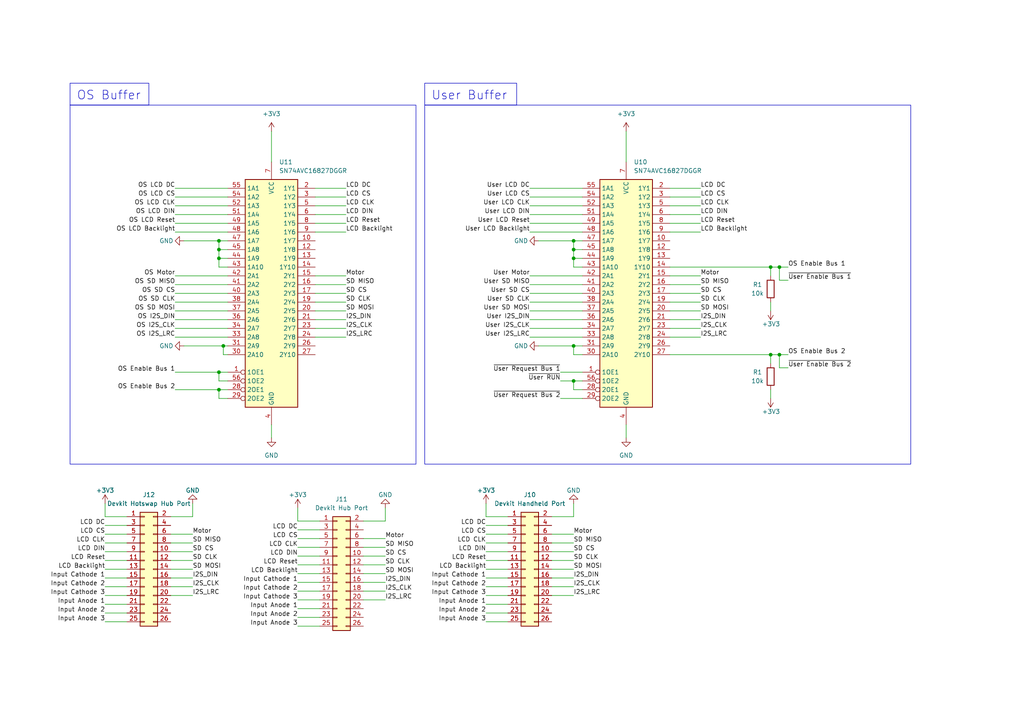
<source format=kicad_sch>
(kicad_sch (version 20230121) (generator eeschema)
  (paper "A4")
  (lib_symbols
    (symbol "74xx:SN74AVC16827DGGR"
      (property "Reference" "U" (at -6.35 34.29 0))
      (property "Value" "SN74AVC16827DGGR" (at 10.16 34.29 0))
      (symbol "SN74AVC16827DGGR_0_1"
        (rectangle (start -7.62 33.02) (end 7.62 -33.02) (stroke (width 0.254)) (fill (type background)))
      )
      (symbol "SN74AVC16827DGGR_1_1"
        (pin input inverted (at -12.7 -22.86 0) (length 5.08) (name "1OE1") (number "1"))
        (pin output line (at 12.7 15.24 180) (length 5.08) (name "1Y7") (number "10"))
        (pin passive line (at 0 -38.1 90) (length 5.08) hide (name "GND") (number "11"))
        (pin output line (at 12.7 12.7 180) (length 5.08) (name "1Y8") (number "12"))
        (pin output line (at 12.7 10.16 180) (length 5.08) (name "1Y9") (number "13"))
        (pin output line (at 12.7 7.62 180) (length 5.08) (name "1Y10") (number "14"))
        (pin output line (at 12.7 5.08 180) (length 5.08) (name "2Y1") (number "15"))
        (pin output line (at 12.7 2.54 180) (length 5.08) (name "2Y2") (number "16"))
        (pin output line (at 12.7 0 180) (length 5.08) (name "2Y3") (number "17"))
        (pin passive line (at 0 -38.1 90) (length 5.08) hide (name "GND") (number "18"))
        (pin output line (at 12.7 -2.54 180) (length 5.08) (name "2Y4") (number "19"))
        (pin output line (at 12.7 30.48 180) (length 5.08) (name "1Y1") (number "2"))
        (pin output line (at 12.7 -5.08 180) (length 5.08) (name "2Y5") (number "20"))
        (pin output line (at 12.7 -7.62 180) (length 5.08) (name "2Y6") (number "21"))
        (pin passive line (at 0 38.1 270) (length 5.08) hide (name "VCC") (number "22"))
        (pin output line (at 12.7 -10.16 180) (length 5.08) (name "2Y7") (number "23"))
        (pin output line (at 12.7 -12.7 180) (length 5.08) (name "2Y8") (number "24"))
        (pin passive line (at 0 -38.1 90) (length 5.08) hide (name "GND") (number "25"))
        (pin output line (at 12.7 -15.24 180) (length 5.08) (name "2Y9") (number "26"))
        (pin output line (at 12.7 -17.78 180) (length 5.08) (name "2Y10") (number "27"))
        (pin input inverted (at -12.7 -27.94 0) (length 5.08) (name "2OE1") (number "28"))
        (pin input inverted (at -12.7 -30.48 0) (length 5.08) (name "2OE2") (number "29"))
        (pin output line (at 12.7 27.94 180) (length 5.08) (name "1Y2") (number "3"))
        (pin input line (at -12.7 -17.78 0) (length 5.08) (name "2A10") (number "30"))
        (pin input line (at -12.7 -15.24 0) (length 5.08) (name "2A9") (number "31"))
        (pin passive line (at 0 -38.1 90) (length 5.08) hide (name "GND") (number "32"))
        (pin input line (at -12.7 -12.7 0) (length 5.08) (name "2A8") (number "33"))
        (pin input line (at -12.7 -10.16 0) (length 5.08) (name "2A7") (number "34"))
        (pin passive line (at 0 38.1 270) (length 5.08) hide (name "VCC") (number "35"))
        (pin input line (at -12.7 -7.62 0) (length 5.08) (name "2A6") (number "36"))
        (pin input line (at -12.7 -5.08 0) (length 5.08) (name "2A5") (number "37"))
        (pin input line (at -12.7 -2.54 0) (length 5.08) (name "2A4") (number "38"))
        (pin passive line (at 0 -38.1 90) (length 5.08) hide (name "GND") (number "39"))
        (pin power_in line (at 0 -38.1 90) (length 5.08) (name "GND") (number "4"))
        (pin input line (at -12.7 0 0) (length 5.08) (name "2A3") (number "40"))
        (pin input line (at -12.7 2.54 0) (length 5.08) (name "2A2") (number "41"))
        (pin input line (at -12.7 5.08 0) (length 5.08) (name "2A1") (number "42"))
        (pin input line (at -12.7 7.62 0) (length 5.08) (name "1A10") (number "43"))
        (pin input line (at -12.7 10.16 0) (length 5.08) (name "1A9") (number "44"))
        (pin input line (at -12.7 12.7 0) (length 5.08) (name "1A8") (number "45"))
        (pin passive line (at 0 -38.1 90) (length 5.08) hide (name "GND") (number "46"))
        (pin input line (at -12.7 15.24 0) (length 5.08) (name "1A7") (number "47"))
        (pin input line (at -12.7 17.78 0) (length 5.08) (name "1A6") (number "48"))
        (pin input line (at -12.7 20.32 0) (length 5.08) (name "1A5") (number "49"))
        (pin output line (at 12.7 25.4 180) (length 5.08) (name "1Y3") (number "5"))
        (pin passive line (at 0 38.1 270) (length 5.08) hide (name "VCC") (number "50"))
        (pin input line (at -12.7 22.86 0) (length 5.08) (name "1A4") (number "51"))
        (pin input line (at -12.7 25.4 0) (length 5.08) (name "1A3") (number "52"))
        (pin passive line (at 0 -38.1 90) (length 5.08) hide (name "GND") (number "53"))
        (pin input line (at -12.7 27.94 0) (length 5.08) (name "1A2") (number "54"))
        (pin input line (at -12.7 30.48 0) (length 5.08) (name "1A1") (number "55"))
        (pin input inverted (at -12.7 -25.4 0) (length 5.08) (name "1OE2") (number "56"))
        (pin output line (at 12.7 22.86 180) (length 5.08) (name "1Y4") (number "6"))
        (pin power_in line (at 0 38.1 270) (length 5.08) (name "VCC") (number "7"))
        (pin output line (at 12.7 20.32 180) (length 5.08) (name "1Y5") (number "8"))
        (pin output line (at 12.7 17.78 180) (length 5.08) (name "1Y6") (number "9"))
      )
    )
    (symbol "Connector_Generic:Conn_02x13_Odd_Even" (pin_names (offset 1.016) hide)
      (property "Reference" "J" (at 1.27 17.78 0))
      (property "Value" "Conn_02x13_Odd_Even" (at 1.27 -17.78 0))
      (symbol "Conn_02x13_Odd_Even_1_1"
        (rectangle (start -1.27 -15.113) (end 0 -15.367) (stroke (width 0.1524)))
        (rectangle (start -1.27 -12.573) (end 0 -12.827) (stroke (width 0.1524)))
        (rectangle (start -1.27 -10.033) (end 0 -10.287) (stroke (width 0.1524)))
        (rectangle (start -1.27 -7.493) (end 0 -7.747) (stroke (width 0.1524)))
        (rectangle (start -1.27 -4.953) (end 0 -5.207) (stroke (width 0.1524)))
        (rectangle (start -1.27 -2.413) (end 0 -2.667) (stroke (width 0.1524)))
        (rectangle (start -1.27 0.127) (end 0 -0.127) (stroke (width 0.1524)))
        (rectangle (start -1.27 2.667) (end 0 2.413) (stroke (width 0.1524)))
        (rectangle (start -1.27 5.207) (end 0 4.953) (stroke (width 0.1524)))
        (rectangle (start -1.27 7.747) (end 0 7.493) (stroke (width 0.1524)))
        (rectangle (start -1.27 10.287) (end 0 10.033) (stroke (width 0.1524)))
        (rectangle (start -1.27 12.827) (end 0 12.573) (stroke (width 0.1524)))
        (rectangle (start -1.27 15.367) (end 0 15.113) (stroke (width 0.1524)))
        (rectangle (start -1.27 16.51) (end 3.81 -16.51) (stroke (width 0.254)) (fill (type background)))
        (rectangle (start 3.81 -15.113) (end 2.54 -15.367) (stroke (width 0.1524)))
        (rectangle (start 3.81 -12.573) (end 2.54 -12.827) (stroke (width 0.1524)))
        (rectangle (start 3.81 -10.033) (end 2.54 -10.287) (stroke (width 0.1524)))
        (rectangle (start 3.81 -7.493) (end 2.54 -7.747) (stroke (width 0.1524)))
        (rectangle (start 3.81 -4.953) (end 2.54 -5.207) (stroke (width 0.1524)))
        (rectangle (start 3.81 -2.413) (end 2.54 -2.667) (stroke (width 0.1524)))
        (rectangle (start 3.81 0.127) (end 2.54 -0.127) (stroke (width 0.1524)))
        (rectangle (start 3.81 2.667) (end 2.54 2.413) (stroke (width 0.1524)))
        (rectangle (start 3.81 5.207) (end 2.54 4.953) (stroke (width 0.1524)))
        (rectangle (start 3.81 7.747) (end 2.54 7.493) (stroke (width 0.1524)))
        (rectangle (start 3.81 10.287) (end 2.54 10.033) (stroke (width 0.1524)))
        (rectangle (start 3.81 12.827) (end 2.54 12.573) (stroke (width 0.1524)))
        (rectangle (start 3.81 15.367) (end 2.54 15.113) (stroke (width 0.1524)))
        (pin passive line (at -5.08 15.24 0) (length 3.81) (name "Pin_1") (number "1"))
        (pin passive line (at 7.62 5.08 180) (length 3.81) (name "Pin_10") (number "10"))
        (pin passive line (at -5.08 2.54 0) (length 3.81) (name "Pin_11") (number "11"))
        (pin passive line (at 7.62 2.54 180) (length 3.81) (name "Pin_12") (number "12"))
        (pin passive line (at -5.08 0 0) (length 3.81) (name "Pin_13") (number "13"))
        (pin passive line (at 7.62 0 180) (length 3.81) (name "Pin_14") (number "14"))
        (pin passive line (at -5.08 -2.54 0) (length 3.81) (name "Pin_15") (number "15"))
        (pin passive line (at 7.62 -2.54 180) (length 3.81) (name "Pin_16") (number "16"))
        (pin passive line (at -5.08 -5.08 0) (length 3.81) (name "Pin_17") (number "17"))
        (pin passive line (at 7.62 -5.08 180) (length 3.81) (name "Pin_18") (number "18"))
        (pin passive line (at -5.08 -7.62 0) (length 3.81) (name "Pin_19") (number "19"))
        (pin passive line (at 7.62 15.24 180) (length 3.81) (name "Pin_2") (number "2"))
        (pin passive line (at 7.62 -7.62 180) (length 3.81) (name "Pin_20") (number "20"))
        (pin passive line (at -5.08 -10.16 0) (length 3.81) (name "Pin_21") (number "21"))
        (pin passive line (at 7.62 -10.16 180) (length 3.81) (name "Pin_22") (number "22"))
        (pin passive line (at -5.08 -12.7 0) (length 3.81) (name "Pin_23") (number "23"))
        (pin passive line (at 7.62 -12.7 180) (length 3.81) (name "Pin_24") (number "24"))
        (pin passive line (at -5.08 -15.24 0) (length 3.81) (name "Pin_25") (number "25"))
        (pin passive line (at 7.62 -15.24 180) (length 3.81) (name "Pin_26") (number "26"))
        (pin passive line (at -5.08 12.7 0) (length 3.81) (name "Pin_3") (number "3"))
        (pin passive line (at 7.62 12.7 180) (length 3.81) (name "Pin_4") (number "4"))
        (pin passive line (at -5.08 10.16 0) (length 3.81) (name "Pin_5") (number "5"))
        (pin passive line (at 7.62 10.16 180) (length 3.81) (name "Pin_6") (number "6"))
        (pin passive line (at -5.08 7.62 0) (length 3.81) (name "Pin_7") (number "7"))
        (pin passive line (at 7.62 7.62 180) (length 3.81) (name "Pin_8") (number "8"))
        (pin passive line (at -5.08 5.08 0) (length 3.81) (name "Pin_9") (number "9"))
      )
    )
    (symbol "Device:R" (pin_numbers hide) (pin_names (offset 0))
      (property "Reference" "R" (at 2.032 0 90))
      (property "Value" "R" (at 0 0 90))
      (symbol "R_0_1"
        (rectangle (start -1.016 -2.54) (end 1.016 2.54) (stroke (width 0.254)))
      )
      (symbol "R_1_1"
        (pin passive line (at 0 3.81 270) (length 1.27) (name "~") (number "1"))
        (pin passive line (at 0 -3.81 90) (length 1.27) (name "~") (number "2"))
      )
    )
    (symbol "power:+3V3" (power) (pin_names (offset 0))
      (property "Value" "+3V3" (at 0 3.556 0))
      (symbol "+3V3_0_1"
        (polyline (pts (xy -0.762 1.27) (xy 0 2.54)))
        (polyline (pts (xy 0 0) (xy 0 2.54)))
        (polyline (pts (xy 0 2.54) (xy 0.762 1.27)))
      )
      (symbol "+3V3_1_1"
        (pin power_in line (at 0 0 90) (length 0) hide (name "+3V3") (number "1"))
      )
    )
    (symbol "power:GND" (power) (pin_names (offset 0))
      (property "Value" "GND" (at 0 -3.81 0))
      (symbol "GND_0_1"
        (polyline (pts (xy 0 0) (xy 0 -1.27) (xy 1.27 -1.27) (xy 0 -2.54) (xy -1.27 -1.27) (xy 0 -1.27)))
      )
      (symbol "GND_1_1"
        (pin power_in line (at 0 0 270) (length 0) hide (name "GND") (number "1"))
      )
    )
  )
  (junction (at 63.5 113.03))
  (junction (at 226.06 77.47))
  (junction (at 166.37 69.85))
  (junction (at 223.52 102.87))
  (junction (at 166.37 74.93))
  (junction (at 63.5 72.39))
  (junction (at 223.52 77.47))
  (junction (at 226.06 102.87))
  (junction (at 166.37 110.49))
  (junction (at 63.5 69.85))
  (junction (at 166.37 100.33))
  (junction (at 64.77 100.33))
  (junction (at 63.5 74.93))
  (junction (at 166.37 72.39))
  (junction (at 63.5 107.95))
  (wire (pts (xy 166.37 167.64) (xy 160.02 167.64)))
  (wire (pts (xy 66.04 102.87) (xy 64.77 102.87)))
  (wire (pts (xy 100.33 54.61) (xy 91.44 54.61)))
  (wire (pts (xy 53.34 100.33) (xy 64.77 100.33)))
  (wire (pts (xy 168.91 102.87) (xy 166.37 102.87)))
  (wire (pts (xy 166.37 102.87) (xy 166.37 100.33)))
  (wire (pts (xy 66.04 69.85) (xy 63.5 69.85)))
  (wire (pts (xy 55.88 154.94) (xy 49.53 154.94)))
  (wire (pts (xy 86.36 156.21) (xy 92.71 156.21)))
  (wire (pts (xy 66.04 72.39) (xy 63.5 72.39)))
  (wire (pts (xy 181.61 127) (xy 181.61 123.19)))
  (wire (pts (xy 30.48 170.18) (xy 36.83 170.18)))
  (wire (pts (xy 181.61 38.1) (xy 181.61 46.99)))
  (wire (pts (xy 203.2 59.69) (xy 194.31 59.69)))
  (wire (pts (xy 30.48 149.86) (xy 36.83 149.86)))
  (wire (pts (xy 140.97 180.34) (xy 147.32 180.34)))
  (wire (pts (xy 100.33 80.01) (xy 91.44 80.01)))
  (wire (pts (xy 86.36 166.37) (xy 92.71 166.37)))
  (wire (pts (xy 223.52 77.47) (xy 226.06 77.47)))
  (wire (pts (xy 100.33 87.63) (xy 91.44 87.63)))
  (wire (pts (xy 168.91 100.33) (xy 166.37 100.33)))
  (wire (pts (xy 153.67 57.15) (xy 168.91 57.15)))
  (wire (pts (xy 55.88 146.05) (xy 55.88 149.86)))
  (wire (pts (xy 166.37 162.56) (xy 160.02 162.56)))
  (wire (pts (xy 140.97 175.26) (xy 147.32 175.26)))
  (wire (pts (xy 140.97 170.18) (xy 147.32 170.18)))
  (wire (pts (xy 86.36 179.07) (xy 92.71 179.07)))
  (wire (pts (xy 30.48 157.48) (xy 36.83 157.48)))
  (wire (pts (xy 166.37 110.49) (xy 168.91 110.49)))
  (wire (pts (xy 203.2 62.23) (xy 194.31 62.23)))
  (wire (pts (xy 63.5 113.03) (xy 50.8 113.03)))
  (wire (pts (xy 63.5 77.47) (xy 66.04 77.47)))
  (wire (pts (xy 100.33 95.25) (xy 91.44 95.25)))
  (wire (pts (xy 50.8 54.61) (xy 66.04 54.61)))
  (wire (pts (xy 166.37 154.94) (xy 160.02 154.94)))
  (wire (pts (xy 223.52 115.57) (xy 223.52 113.03)))
  (wire (pts (xy 162.56 115.57) (xy 168.91 115.57)))
  (wire (pts (xy 203.2 85.09) (xy 194.31 85.09)))
  (wire (pts (xy 194.31 77.47) (xy 223.52 77.47)))
  (wire (pts (xy 153.67 92.71) (xy 168.91 92.71)))
  (wire (pts (xy 86.36 173.99) (xy 92.71 173.99)))
  (wire (pts (xy 86.36 161.29) (xy 92.71 161.29)))
  (wire (pts (xy 223.52 90.17) (xy 223.52 87.63)))
  (wire (pts (xy 203.2 64.77) (xy 194.31 64.77)))
  (wire (pts (xy 168.91 113.03) (xy 166.37 113.03)))
  (wire (pts (xy 66.04 100.33) (xy 64.77 100.33)))
  (wire (pts (xy 30.48 146.05) (xy 30.48 149.86)))
  (wire (pts (xy 153.67 95.25) (xy 168.91 95.25)))
  (wire (pts (xy 30.48 165.1) (xy 36.83 165.1)))
  (wire (pts (xy 153.67 87.63) (xy 168.91 87.63)))
  (wire (pts (xy 153.67 54.61) (xy 168.91 54.61)))
  (wire (pts (xy 50.8 107.95) (xy 63.5 107.95)))
  (wire (pts (xy 166.37 146.05) (xy 166.37 149.86)))
  (wire (pts (xy 166.37 72.39) (xy 166.37 74.93)))
  (wire (pts (xy 53.34 69.85) (xy 63.5 69.85)))
  (wire (pts (xy 78.74 127) (xy 78.74 123.19)))
  (wire (pts (xy 30.48 152.4) (xy 36.83 152.4)))
  (wire (pts (xy 162.56 110.49) (xy 166.37 110.49)))
  (wire (pts (xy 50.8 64.77) (xy 66.04 64.77)))
  (wire (pts (xy 66.04 113.03) (xy 63.5 113.03)))
  (wire (pts (xy 226.06 106.68) (xy 226.06 102.87)))
  (wire (pts (xy 66.04 107.95) (xy 63.5 107.95)))
  (wire (pts (xy 153.67 62.23) (xy 168.91 62.23)))
  (wire (pts (xy 66.04 74.93) (xy 63.5 74.93)))
  (wire (pts (xy 63.5 72.39) (xy 63.5 74.93)))
  (wire (pts (xy 100.33 82.55) (xy 91.44 82.55)))
  (wire (pts (xy 30.48 162.56) (xy 36.83 162.56)))
  (wire (pts (xy 140.97 167.64) (xy 147.32 167.64)))
  (wire (pts (xy 153.67 82.55) (xy 168.91 82.55)))
  (wire (pts (xy 55.88 165.1) (xy 49.53 165.1)))
  (wire (pts (xy 228.6 81.28) (xy 226.06 81.28)))
  (wire (pts (xy 194.31 102.87) (xy 223.52 102.87)))
  (wire (pts (xy 55.88 162.56) (xy 49.53 162.56)))
  (wire (pts (xy 63.5 110.49) (xy 66.04 110.49)))
  (wire (pts (xy 111.76 161.29) (xy 105.41 161.29)))
  (wire (pts (xy 86.36 171.45) (xy 92.71 171.45)))
  (wire (pts (xy 140.97 177.8) (xy 147.32 177.8)))
  (wire (pts (xy 30.48 172.72) (xy 36.83 172.72)))
  (wire (pts (xy 168.91 74.93) (xy 166.37 74.93)))
  (wire (pts (xy 55.88 167.64) (xy 49.53 167.64)))
  (wire (pts (xy 153.67 64.77) (xy 168.91 64.77)))
  (wire (pts (xy 100.33 59.69) (xy 91.44 59.69)))
  (wire (pts (xy 63.5 107.95) (xy 63.5 110.49)))
  (wire (pts (xy 86.36 151.13) (xy 92.71 151.13)))
  (wire (pts (xy 50.8 85.09) (xy 66.04 85.09)))
  (wire (pts (xy 203.2 67.31) (xy 194.31 67.31)))
  (wire (pts (xy 30.48 160.02) (xy 36.83 160.02)))
  (wire (pts (xy 86.36 153.67) (xy 92.71 153.67)))
  (wire (pts (xy 63.5 113.03) (xy 63.5 115.57)))
  (wire (pts (xy 166.37 69.85) (xy 166.37 72.39)))
  (wire (pts (xy 30.48 175.26) (xy 36.83 175.26)))
  (wire (pts (xy 30.48 180.34) (xy 36.83 180.34)))
  (wire (pts (xy 63.5 74.93) (xy 63.5 77.47)))
  (wire (pts (xy 140.97 165.1) (xy 147.32 165.1)))
  (wire (pts (xy 223.52 80.01) (xy 223.52 77.47)))
  (wire (pts (xy 153.67 97.79) (xy 168.91 97.79)))
  (wire (pts (xy 50.8 95.25) (xy 66.04 95.25)))
  (wire (pts (xy 156.21 69.85) (xy 166.37 69.85)))
  (wire (pts (xy 226.06 77.47) (xy 228.6 77.47)))
  (wire (pts (xy 168.91 69.85) (xy 166.37 69.85)))
  (wire (pts (xy 111.76 158.75) (xy 105.41 158.75)))
  (wire (pts (xy 86.36 176.53) (xy 92.71 176.53)))
  (wire (pts (xy 223.52 102.87) (xy 226.06 102.87)))
  (wire (pts (xy 55.88 172.72) (xy 49.53 172.72)))
  (wire (pts (xy 203.2 80.01) (xy 194.31 80.01)))
  (wire (pts (xy 166.37 165.1) (xy 160.02 165.1)))
  (wire (pts (xy 111.76 171.45) (xy 105.41 171.45)))
  (wire (pts (xy 100.33 97.79) (xy 91.44 97.79)))
  (wire (pts (xy 111.76 163.83) (xy 105.41 163.83)))
  (wire (pts (xy 63.5 69.85) (xy 63.5 72.39)))
  (wire (pts (xy 166.37 110.49) (xy 166.37 113.03)))
  (wire (pts (xy 30.48 177.8) (xy 36.83 177.8)))
  (wire (pts (xy 226.06 102.87) (xy 228.6 102.87)))
  (wire (pts (xy 50.8 87.63) (xy 66.04 87.63)))
  (wire (pts (xy 166.37 160.02) (xy 160.02 160.02)))
  (wire (pts (xy 50.8 62.23) (xy 66.04 62.23)))
  (wire (pts (xy 100.33 85.09) (xy 91.44 85.09)))
  (wire (pts (xy 100.33 92.71) (xy 91.44 92.71)))
  (wire (pts (xy 50.8 59.69) (xy 66.04 59.69)))
  (wire (pts (xy 228.6 106.68) (xy 226.06 106.68)))
  (wire (pts (xy 100.33 90.17) (xy 91.44 90.17)))
  (wire (pts (xy 86.36 168.91) (xy 92.71 168.91)))
  (wire (pts (xy 86.36 147.32) (xy 86.36 151.13)))
  (wire (pts (xy 78.74 38.1) (xy 78.74 46.99)))
  (wire (pts (xy 100.33 62.23) (xy 91.44 62.23)))
  (wire (pts (xy 203.2 57.15) (xy 194.31 57.15)))
  (wire (pts (xy 203.2 54.61) (xy 194.31 54.61)))
  (wire (pts (xy 166.37 170.18) (xy 160.02 170.18)))
  (wire (pts (xy 50.8 57.15) (xy 66.04 57.15)))
  (wire (pts (xy 30.48 154.94) (xy 36.83 154.94)))
  (wire (pts (xy 203.2 92.71) (xy 194.31 92.71)))
  (wire (pts (xy 86.36 181.61) (xy 92.71 181.61)))
  (wire (pts (xy 153.67 80.01) (xy 168.91 80.01)))
  (wire (pts (xy 153.67 90.17) (xy 168.91 90.17)))
  (wire (pts (xy 140.97 149.86) (xy 147.32 149.86)))
  (wire (pts (xy 140.97 157.48) (xy 147.32 157.48)))
  (wire (pts (xy 111.76 147.32) (xy 111.76 151.13)))
  (wire (pts (xy 166.37 157.48) (xy 160.02 157.48)))
  (wire (pts (xy 30.48 167.64) (xy 36.83 167.64)))
  (wire (pts (xy 203.2 95.25) (xy 194.31 95.25)))
  (wire (pts (xy 100.33 67.31) (xy 91.44 67.31)))
  (wire (pts (xy 153.67 85.09) (xy 168.91 85.09)))
  (wire (pts (xy 111.76 156.21) (xy 105.41 156.21)))
  (wire (pts (xy 203.2 87.63) (xy 194.31 87.63)))
  (wire (pts (xy 55.88 149.86) (xy 49.53 149.86)))
  (wire (pts (xy 166.37 149.86) (xy 160.02 149.86)))
  (wire (pts (xy 203.2 90.17) (xy 194.31 90.17)))
  (wire (pts (xy 168.91 72.39) (xy 166.37 72.39)))
  (wire (pts (xy 111.76 168.91) (xy 105.41 168.91)))
  (wire (pts (xy 166.37 74.93) (xy 166.37 77.47)))
  (wire (pts (xy 55.88 160.02) (xy 49.53 160.02)))
  (wire (pts (xy 50.8 80.01) (xy 66.04 80.01)))
  (wire (pts (xy 100.33 57.15) (xy 91.44 57.15)))
  (wire (pts (xy 223.52 105.41) (xy 223.52 102.87)))
  (wire (pts (xy 50.8 82.55) (xy 66.04 82.55)))
  (wire (pts (xy 166.37 172.72) (xy 160.02 172.72)))
  (wire (pts (xy 203.2 82.55) (xy 194.31 82.55)))
  (wire (pts (xy 140.97 146.05) (xy 140.97 149.86)))
  (wire (pts (xy 100.33 64.77) (xy 91.44 64.77)))
  (wire (pts (xy 166.37 100.33) (xy 156.21 100.33)))
  (wire (pts (xy 50.8 97.79) (xy 66.04 97.79)))
  (wire (pts (xy 153.67 67.31) (xy 168.91 67.31)))
  (wire (pts (xy 55.88 157.48) (xy 49.53 157.48)))
  (wire (pts (xy 50.8 92.71) (xy 66.04 92.71)))
  (wire (pts (xy 140.97 154.94) (xy 147.32 154.94)))
  (wire (pts (xy 86.36 163.83) (xy 92.71 163.83)))
  (wire (pts (xy 162.56 107.95) (xy 168.91 107.95)))
  (wire (pts (xy 86.36 158.75) (xy 92.71 158.75)))
  (wire (pts (xy 140.97 162.56) (xy 147.32 162.56)))
  (wire (pts (xy 140.97 172.72) (xy 147.32 172.72)))
  (wire (pts (xy 226.06 81.28) (xy 226.06 77.47)))
  (wire (pts (xy 64.77 102.87) (xy 64.77 100.33)))
  (wire (pts (xy 55.88 170.18) (xy 49.53 170.18)))
  (wire (pts (xy 111.76 151.13) (xy 105.41 151.13)))
  (wire (pts (xy 111.76 173.99) (xy 105.41 173.99)))
  (wire (pts (xy 140.97 160.02) (xy 147.32 160.02)))
  (wire (pts (xy 111.76 166.37) (xy 105.41 166.37)))
  (wire (pts (xy 203.2 97.79) (xy 194.31 97.79)))
  (wire (pts (xy 66.04 115.57) (xy 63.5 115.57)))
  (wire (pts (xy 140.97 152.4) (xy 147.32 152.4)))
  (wire (pts (xy 166.37 77.47) (xy 168.91 77.47)))
  (wire (pts (xy 50.8 90.17) (xy 66.04 90.17)))
  (wire (pts (xy 50.8 67.31) (xy 66.04 67.31)))
  (wire (pts (xy 153.67 59.69) (xy 168.91 59.69)))
  (rectangle (start 123.19 30.48) (end 264.16 134.62))
  (rectangle (start 20.32 30.48) (end 120.65 134.62))
  (text_box "User Buffer" (at 123.19 24.13 0) (size 26.67 6.35) (effects (font (size 2.54 2.54)) (justify left top)))
  (text_box "OS Buffer" (at 20.32 24.13 0) (size 22.86 6.35) (effects (font (size 2.54 2.54)) (justify left top)))
  (label "LCD Backlight" (at 30.48 165.1 180))
  (label "~{User Request Bus 2}" (at 162.56 115.57 180))
  (label "~{User Enable Bus 2}" (at 228.6 106.68 0))
  (label "User SD MOSI" (at 153.67 90.17 180))
  (label "Input Cathode 1" (at 30.48 167.64 180))
  (label "Input Anode 1" (at 30.48 175.26 180))
  (label "I2S_DIN" (at 111.76 168.91 0))
  (label "LCD CS" (at 140.97 154.94 180))
  (label "Input Anode 3" (at 30.48 180.34 180))
  (label "I2S_DIN" (at 166.37 167.64 0))
  (label "OS LCD DIN" (at 50.8 62.23 180))
  (label "I2S_CLK" (at 166.37 170.18 0))
  (label "Input Cathode 3" (at 140.97 172.72 180))
  (label "SD MOSI" (at 166.37 165.1 0))
  (label "OS LCD Reset" (at 50.8 64.77 180))
  (label "LCD DC" (at 203.2 54.61 0))
  (label "SD CS" (at 166.37 160.02 0))
  (label "LCD Reset" (at 140.97 162.56 180))
  (label "LCD DC" (at 86.36 153.67 180))
  (label "User SD CLK" (at 153.67 87.63 180))
  (label "~{User Request Bus 1}" (at 162.56 107.95 180))
  (label "Input Anode 1" (at 140.97 175.26 180))
  (label "OS Enable Bus 1" (at 50.8 107.95 180))
  (label "User LCD DIN" (at 153.67 62.23 180))
  (label "LCD CLK" (at 100.33 59.69 0))
  (label "SD MOSI" (at 111.76 166.37 0))
  (label "Motor" (at 111.76 156.21 0))
  (label "SD CS" (at 203.2 85.09 0))
  (label "SD CS" (at 100.33 85.09 0))
  (label "User SD CS" (at 153.67 85.09 180))
  (label "User SD MISO" (at 153.67 82.55 180))
  (label "Input Anode 2" (at 140.97 177.8 180))
  (label "LCD DC" (at 100.33 54.61 0))
  (label "OS LCD CS" (at 50.8 57.15 180))
  (label "LCD DIN" (at 203.2 62.23 0))
  (label "Input Cathode 1" (at 140.97 167.64 180))
  (label "LCD DIN" (at 30.48 160.02 180))
  (label "LCD Backlight" (at 203.2 67.31 0))
  (label "LCD Reset" (at 203.2 64.77 0))
  (label "Input Anode 2" (at 86.36 179.07 180))
  (label "LCD Reset" (at 30.48 162.56 180))
  (label "User LCD Reset" (at 153.67 64.77 180))
  (label "LCD CLK" (at 140.97 157.48 180))
  (label "SD MOSI" (at 100.33 90.17 0))
  (label "SD MOSI" (at 55.88 165.1 0))
  (label "Input Cathode 3" (at 30.48 172.72 180))
  (label "LCD DC" (at 140.97 152.4 180))
  (label "OS Motor" (at 50.8 80.01 180))
  (label "Input Cathode 1" (at 86.36 168.91 180))
  (label "User Motor" (at 153.67 80.01 180))
  (label "Input Cathode 2" (at 86.36 171.45 180))
  (label "Input Anode 3" (at 86.36 181.61 180))
  (label "I2S_CLK" (at 55.88 170.18 0))
  (label "I2S_DIN" (at 55.88 167.64 0))
  (label "OS LCD CLK" (at 50.8 59.69 180))
  (label "Motor" (at 100.33 80.01 0))
  (label "SD CLK" (at 166.37 162.56 0))
  (label "LCD Reset" (at 100.33 64.77 0))
  (label "User LCD CLK" (at 153.67 59.69 180))
  (label "User LCD CS" (at 153.67 57.15 180))
  (label "LCD CS" (at 30.48 154.94 180))
  (label "SD MISO" (at 166.37 157.48 0))
  (label "LCD Backlight" (at 100.33 67.31 0))
  (label "SD MISO" (at 111.76 158.75 0))
  (label "Input Cathode 2" (at 30.48 170.18 180))
  (label "LCD DC" (at 30.48 152.4 180))
  (label "User I2S_CLK" (at 153.67 95.25 180))
  (label "SD MISO" (at 100.33 82.55 0))
  (label "OS Enable Bus 1" (at 228.6 77.47 0))
  (label "SD MOSI" (at 203.2 90.17 0))
  (label "LCD Backlight" (at 140.97 165.1 180))
  (label "LCD Backlight" (at 86.36 166.37 180))
  (label "I2S_DIN" (at 100.33 92.71 0))
  (label "Motor" (at 203.2 80.01 0))
  (label "Input Cathode 2" (at 140.97 170.18 180))
  (label "Input Anode 2" (at 30.48 177.8 180))
  (label "SD CLK" (at 100.33 87.63 0))
  (label "SD MISO" (at 203.2 82.55 0))
  (label "User I2S_DIN" (at 153.67 92.71 180))
  (label "~{User Enable Bus 1}" (at 228.6 81.28 0))
  (label "SD CLK" (at 203.2 87.63 0))
  (label "SD CS" (at 111.76 161.29 0))
  (label "OS SD CS" (at 50.8 85.09 180))
  (label "LCD CLK" (at 86.36 158.75 180))
  (label "User I2S_LRC" (at 153.67 97.79 180))
  (label "SD MISO" (at 55.88 157.48 0))
  (label "OS I2S_LRC" (at 50.8 97.79 180))
  (label "OS I2S_DIN" (at 50.8 92.71 180))
  (label "I2S_CLK" (at 100.33 95.25 0))
  (label "Input Cathode 3" (at 86.36 173.99 180))
  (label "Motor" (at 166.37 154.94 0))
  (label "OS SD MOSI" (at 50.8 90.17 180))
  (label "Motor" (at 55.88 154.94 0))
  (label "LCD DIN" (at 140.97 160.02 180))
  (label "SD CLK" (at 55.88 162.56 0))
  (label "Input Anode 3" (at 140.97 180.34 180))
  (label "User LCD Backlight" (at 153.67 67.31 180))
  (label "I2S_CLK" (at 203.2 95.25 0))
  (label "I2S_DIN" (at 203.2 92.71 0))
  (label "OS LCD DC" (at 50.8 54.61 180))
  (label "SD CS" (at 55.88 160.02 0))
  (label "I2S_LRC" (at 100.33 97.79 0))
  (label "OS LCD Backlight" (at 50.8 67.31 180))
  (label "LCD CS" (at 100.33 57.15 0))
  (label "LCD DIN" (at 86.36 161.29 180))
  (label "I2S_CLK" (at 111.76 171.45 0))
  (label "OS Enable Bus 2" (at 228.6 102.87 0))
  (label "OS Enable Bus 2" (at 50.8 113.03 180))
  (label "~{User RUN}" (at 162.56 110.49 180))
  (label "Input Anode 1" (at 86.36 176.53 180))
  (label "LCD DIN" (at 100.33 62.23 0))
  (label "OS I2S_CLK" (at 50.8 95.25 180))
  (label "I2S_LRC" (at 166.37 172.72 0))
  (label "SD CLK" (at 111.76 163.83 0))
  (label "I2S_LRC" (at 203.2 97.79 0))
  (label "LCD CS" (at 203.2 57.15 0))
  (label "User LCD DC" (at 153.67 54.61 180))
  (label "I2S_LRC" (at 55.88 172.72 0))
  (label "I2S_LRC" (at 111.76 173.99 0))
  (label "LCD Reset" (at 86.36 163.83 180))
  (label "OS SD CLK" (at 50.8 87.63 180))
  (label "LCD CS" (at 86.36 156.21 180))
  (label "LCD CLK" (at 30.48 157.48 180))
  (label "LCD CLK" (at 203.2 59.69 0))
  (label "OS SD MISO" (at 50.8 82.55 180))
  (symbol (lib_id "power:+3V3") (at 78.74 38.1 0) (unit 1)
    (property "Reference" "#PWR051" (effects hide))
    (property "Value" "+3V3" (at 78.74 33.02 0))
  )
  (symbol (lib_id "power:GND") (at 156.21 100.33 270) (mirror x) (unit 1)
    (property "Reference" "#PWR052" (effects hide))
    (property "Value" "GND" (at 151.13 100.33 90))
  )
  (symbol (lib_id "power:+3V3") (at 223.52 115.57 0) (mirror x) (unit 1)
    (property "Reference" "#PWR063" (effects hide))
    (property "Value" "+3V3" (at 220.98 119.38 0) (effects (justify left)))
  )
  (symbol (lib_id "power:GND") (at 111.76 147.32 0) (mirror x) (unit 1)
    (property "Reference" "#PWR0111" (effects hide))
    (property "Value" "GND" (at 111.76 143.51 0))
    (instances (project "PICOnsole" (path "" (reference "#PWR0111") (unit 1)) (path "" (reference "#PWR023") (unit 1)) (path "" (reference "#PWR069") (unit 1)) (path "" (reference "#PWR073") (unit 1))))
  )
  (symbol (lib_id "power:GND") (at 181.61 127 0) (unit 1)
    (property "Reference" "#PWR054" (effects hide))
    (property "Value" "GND" (at 181.61 132.08 0))
  )
  (symbol (lib_id "power:GND") (at 53.34 100.33 270) (mirror x) (unit 1)
    (property "Reference" "#PWR050" (effects hide))
    (property "Value" "GND" (at 48.26 100.33 90))
  )
  (symbol (lib_id "power:GND") (at 53.34 69.85 270) (mirror x) (unit 1)
    (property "Reference" "#PWR066" (effects hide))
    (property "Value" "GND" (at 48.26 69.85 90))
  )
  (symbol (lib_id "Connector_Generic:Conn_02x13_Odd_Even") (at 152.4 165.1 0) (unit 1)
    (property "Reference" "J10" (at 153.67 143.51 0))
    (property "Value" "Devkit Handheld Port" (at 153.67 146.05 0))
  )
  (symbol (lib_id "power:GND") (at 55.88 146.05 0) (mirror x) (unit 1)
    (property "Reference" "#PWR0111" (effects hide))
    (property "Value" "GND" (at 55.88 142.24 0))
    (instances (project "PICOnsole" (path "" (reference "#PWR0111") (unit 1)) (path "" (reference "#PWR023") (unit 1)) (path "" (reference "#PWR069") (unit 1)) (path "" (reference "#PWR069") (unit 1))))
  )
  (symbol (lib_id "74xx:SN74AVC16827DGGR") (at 78.74 85.09 0) (unit 1)
    (property "Reference" "U11" (at 80.9341 46.99 0) (effects (justify left)))
    (property "Value" "SN74AVC16827DGGR" (at 80.9341 49.53 0) (effects (justify left)))
    (property "Footprint" "Package_SO:TSSOP-56_6.1x14mm_P0.5mm" (effects hide))
    (property "Datasheet" "http://www.ti.com/lit/ds/symlink/sn74avc16827.pdf" (effects hide))
  )
  (symbol (lib_id "power:+3V3") (at 140.97 146.05 0) (unit 1)
    (property "Reference" "#PWR068" (effects hide))
    (property "Value" "+3V3" (at 140.97 142.24 0))
  )
  (symbol (lib_id "power:+3V3") (at 86.36 147.32 0) (unit 1)
    (property "Reference" "#PWR072" (effects hide))
    (property "Value" "+3V3" (at 86.36 143.51 0))
  )
  (symbol (lib_id "power:+3V3") (at 30.48 146.05 0) (unit 1)
    (property "Reference" "#PWR070" (effects hide))
    (property "Value" "+3V3" (at 30.48 142.24 0))
  )
  (symbol (lib_id "74xx:SN74AVC16827DGGR") (at 181.61 85.09 0) (unit 1)
    (property "Reference" "U10" (at 183.8041 46.99 0) (effects (justify left)))
    (property "Value" "SN74AVC16827DGGR" (at 183.8041 49.53 0) (effects (justify left)))
    (property "Footprint" "Package_SO:TSSOP-56_6.1x14mm_P0.5mm" (effects hide))
    (property "Datasheet" "http://www.ti.com/lit/ds/symlink/sn74avc16827.pdf" (effects hide))
  )
  (symbol (lib_id "Device:R") (at 223.52 83.82 180) (unit 1)
    (property "Reference" "R1" (at 219.71 82.55 0))
    (property "Value" "10k" (at 219.71 85.09 0))
    (property "Footprint" "Resistor_SMD:R_0805_2012Metric" (effects hide))
    (instances (project "PICOnsole" (path "" (reference "R1") (unit 1)) (path "" (reference "R16") (unit 1))))
  )
  (symbol (lib_id "Device:R") (at 223.52 109.22 180) (unit 1)
    (property "Reference" "R1" (at 219.71 107.95 0))
    (property "Value" "10k" (at 219.71 110.49 0))
    (property "Footprint" "Resistor_SMD:R_0805_2012Metric" (effects hide))
    (instances (project "PICOnsole" (path "" (reference "R1") (unit 1)) (path "" (reference "R15") (unit 1))))
  )
  (symbol (lib_id "power:GND") (at 156.21 69.85 270) (mirror x) (unit 1)
    (property "Reference" "#PWR065" (effects hide))
    (property "Value" "GND" (at 151.13 69.85 90))
  )
  (symbol (lib_id "Connector_Generic:Conn_02x13_Odd_Even") (at 41.91 165.1 0) (unit 1)
    (property "Reference" "J12" (at 43.18 143.51 0))
    (property "Value" "Devkit Hotswap Hub Port" (at 43.18 146.05 0))
  )
  (symbol (lib_id "power:GND") (at 166.37 146.05 0) (mirror x) (unit 1)
    (property "Reference" "#PWR0111" (effects hide))
    (property "Value" "GND" (at 166.37 142.24 0))
    (instances (project "PICOnsole" (path "" (reference "#PWR0111") (unit 1)) (path "" (reference "#PWR023") (unit 1)) (path "" (reference "#PWR069") (unit 1)) (path "" (reference "#PWR071") (unit 1))))
  )
  (symbol (lib_id "power:+3V3") (at 181.61 38.1 0) (unit 1)
    (property "Reference" "#PWR053" (effects hide))
    (property "Value" "+3V3" (at 181.61 33.02 0))
  )
  (symbol (lib_id "power:+3V3") (at 223.52 90.17 0) (mirror x) (unit 1)
    (property "Reference" "#PWR064" (effects hide))
    (property "Value" "+3V3" (at 220.98 93.98 0) (effects (justify left)))
  )
  (symbol (lib_id "Connector_Generic:Conn_02x13_Odd_Even") (at 97.79 166.37 0) (unit 1)
    (property "Reference" "J11" (at 99.06 144.78 0))
    (property "Value" "Devkit Hub Port" (at 99.06 147.32 0))
  )
  (symbol (lib_id "power:GND") (at 78.74 127 0) (unit 1)
    (property "Reference" "#PWR049" (effects hide))
    (property "Value" "GND" (at 78.74 132.08 0))
  )
)
</source>
